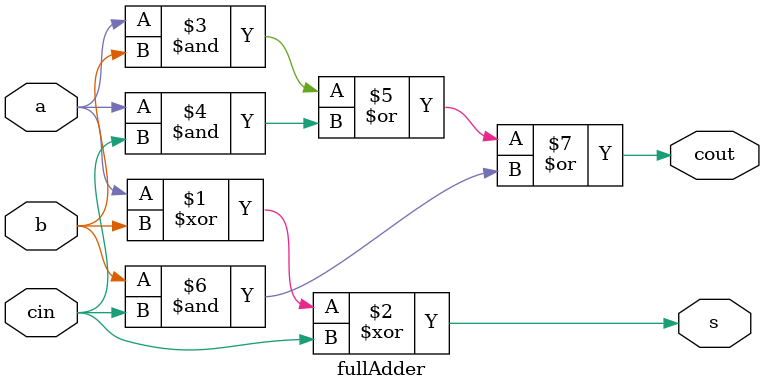
<source format=v>
`timescale 1ns / 1ps


module fullAdder(input a, b, cin, output s, cout);

assign s = a^b^cin;
assign cout = (a&b)|(a&cin)|(b&cin);

endmodule

</source>
